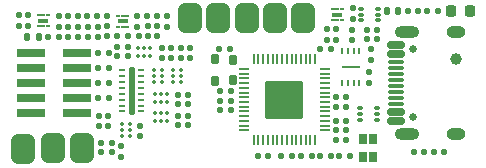
<source format=gts>
G04 #@! TF.GenerationSoftware,KiCad,Pcbnew,8.0.3*
G04 #@! TF.CreationDate,2024-07-15T22:17:18+10:00*
G04 #@! TF.ProjectId,rs-probe,72732d70-726f-4626-952e-6b696361645f,rev?*
G04 #@! TF.SameCoordinates,Original*
G04 #@! TF.FileFunction,Soldermask,Top*
G04 #@! TF.FilePolarity,Negative*
%FSLAX46Y46*%
G04 Gerber Fmt 4.6, Leading zero omitted, Abs format (unit mm)*
G04 Created by KiCad (PCBNEW 8.0.3) date 2024-07-15 22:17:18*
%MOMM*%
%LPD*%
G01*
G04 APERTURE LIST*
G04 Aperture macros list*
%AMRoundRect*
0 Rectangle with rounded corners*
0 $1 Rounding radius*
0 $2 $3 $4 $5 $6 $7 $8 $9 X,Y pos of 4 corners*
0 Add a 4 corners polygon primitive as box body*
4,1,4,$2,$3,$4,$5,$6,$7,$8,$9,$2,$3,0*
0 Add four circle primitives for the rounded corners*
1,1,$1+$1,$2,$3*
1,1,$1+$1,$4,$5*
1,1,$1+$1,$6,$7*
1,1,$1+$1,$8,$9*
0 Add four rect primitives between the rounded corners*
20,1,$1+$1,$2,$3,$4,$5,0*
20,1,$1+$1,$4,$5,$6,$7,0*
20,1,$1+$1,$6,$7,$8,$9,0*
20,1,$1+$1,$8,$9,$2,$3,0*%
G04 Aperture macros list end*
%ADD10RoundRect,0.185000X-1.015000X-0.185000X1.015000X-0.185000X1.015000X0.185000X-1.015000X0.185000X0*%
%ADD11C,0.650000*%
%ADD12RoundRect,0.150000X0.575000X-0.150000X0.575000X0.150000X-0.575000X0.150000X-0.575000X-0.150000X0*%
%ADD13O,1.450000X0.300000*%
%ADD14O,2.100000X1.000000*%
%ADD15O,1.600000X1.000000*%
%ADD16RoundRect,0.125000X0.200000X0.000010X-0.200000X0.000010X-0.200000X-0.000010X0.200000X-0.000010X0*%
%ADD17RoundRect,0.125000X0.125000X1.925000X-0.125000X1.925000X-0.125000X-1.925000X0.125000X-1.925000X0*%
%ADD18RoundRect,0.137500X0.137500X-0.137500X0.137500X0.137500X-0.137500X0.137500X-0.137500X-0.137500X0*%
%ADD19RoundRect,0.500000X0.500000X0.750000X-0.500000X0.750000X-0.500000X-0.750000X0.500000X-0.750000X0*%
%ADD20RoundRect,0.137500X-0.137500X-0.137500X0.137500X-0.137500X0.137500X0.137500X-0.137500X0.137500X0*%
%ADD21RoundRect,0.050000X-0.050000X0.387500X-0.050000X-0.387500X0.050000X-0.387500X0.050000X0.387500X0*%
%ADD22RoundRect,0.050000X-0.387500X0.050000X-0.387500X-0.050000X0.387500X-0.050000X0.387500X0.050000X0*%
%ADD23RoundRect,0.144000X-1.456000X1.456000X-1.456000X-1.456000X1.456000X-1.456000X1.456000X1.456000X0*%
%ADD24RoundRect,0.137500X0.137500X0.137500X-0.137500X0.137500X-0.137500X-0.137500X0.137500X-0.137500X0*%
%ADD25RoundRect,0.067500X-0.097500X-0.067500X0.097500X-0.067500X0.097500X0.067500X-0.097500X0.067500X0*%
%ADD26RoundRect,0.147500X-0.147500X-0.172500X0.147500X-0.172500X0.147500X0.172500X-0.147500X0.172500X0*%
%ADD27RoundRect,0.137500X-0.137500X0.137500X-0.137500X-0.137500X0.137500X-0.137500X0.137500X0.137500X0*%
%ADD28RoundRect,0.500000X-0.500000X-0.750000X0.500000X-0.750000X0.500000X0.750000X-0.500000X0.750000X0*%
%ADD29RoundRect,0.075000X-0.150000X-0.075000X0.150000X-0.075000X0.150000X0.075000X-0.150000X0.075000X0*%
%ADD30RoundRect,0.067500X-0.067500X0.097500X-0.067500X-0.097500X0.067500X-0.097500X0.067500X0.097500X0*%
%ADD31RoundRect,0.062500X0.087500X-0.062500X0.087500X0.062500X-0.087500X0.062500X-0.087500X-0.062500X0*%
%ADD32R,0.940000X0.300000*%
%ADD33R,0.650000X0.850000*%
%ADD34O,0.250000X0.600000*%
%ADD35R,1.600000X0.200000*%
%ADD36RoundRect,0.067500X0.097500X0.067500X-0.097500X0.067500X-0.097500X-0.067500X0.097500X-0.067500X0*%
%ADD37RoundRect,0.067500X0.067500X-0.097500X0.067500X0.097500X-0.067500X0.097500X-0.067500X-0.097500X0*%
%ADD38RoundRect,0.218750X0.218750X0.256250X-0.218750X0.256250X-0.218750X-0.256250X0.218750X-0.256250X0*%
%ADD39RoundRect,0.175000X-0.175000X0.275000X-0.175000X-0.275000X0.175000X-0.275000X0.175000X0.275000X0*%
%ADD40C,1.000000*%
G04 APERTURE END LIST*
D10*
X150550000Y-83460000D03*
X154450000Y-83460000D03*
X150550000Y-84730000D03*
X154450000Y-84730000D03*
X150550000Y-86000000D03*
X154450000Y-86000000D03*
X150550000Y-87270000D03*
X154450000Y-87270000D03*
X150550000Y-88540000D03*
X154450000Y-88540000D03*
D11*
X182900000Y-88890000D03*
X182900000Y-83110000D03*
D12*
X181455000Y-89250000D03*
X181455000Y-88450000D03*
D13*
X181455000Y-87250000D03*
X181455000Y-86250000D03*
X181455000Y-85750000D03*
X181455000Y-84750000D03*
D12*
X181455000Y-83550000D03*
X181455000Y-82750000D03*
X181455000Y-82750000D03*
X181455000Y-83550000D03*
D13*
X181455000Y-84250000D03*
X181455000Y-85250000D03*
X181455000Y-86750000D03*
X181455000Y-87750000D03*
D12*
X181455000Y-88450000D03*
X181455000Y-89250000D03*
D14*
X182370000Y-90320000D03*
D15*
X186550000Y-90320000D03*
D14*
X182370000Y-81680000D03*
D15*
X186550000Y-81680000D03*
D16*
X159877328Y-88400000D03*
X159877328Y-87900000D03*
X159877328Y-87400000D03*
X159877328Y-86900000D03*
X159877328Y-86400000D03*
X159877328Y-85900000D03*
X159877328Y-85400000D03*
X159877328Y-84900000D03*
X158227328Y-84900000D03*
X158227328Y-85400000D03*
X158227328Y-85900000D03*
X158227328Y-86400000D03*
X158227328Y-86900000D03*
X158227328Y-87400000D03*
X158227328Y-87900000D03*
X158227328Y-88400000D03*
D17*
X159052328Y-86650000D03*
D18*
X160450000Y-82050000D03*
X160450000Y-81150000D03*
D19*
X164000000Y-80500000D03*
D20*
X156500000Y-91850000D03*
X157400000Y-91850000D03*
D18*
X179300000Y-84050000D03*
X179300000Y-83150000D03*
D21*
X174600000Y-83962500D03*
X174200000Y-83962500D03*
X173800000Y-83962500D03*
X173400000Y-83962500D03*
X173000000Y-83962500D03*
X172600000Y-83962500D03*
X172200000Y-83962500D03*
X171800000Y-83962500D03*
X171400000Y-83962500D03*
X171000000Y-83962500D03*
X170600000Y-83962500D03*
X170200000Y-83962500D03*
X169800000Y-83962500D03*
X169400000Y-83962500D03*
D22*
X168562500Y-84800000D03*
X168562500Y-85200000D03*
X168562500Y-85600000D03*
X168562500Y-86000000D03*
X168562500Y-86400000D03*
X168562500Y-86800000D03*
X168562500Y-87200000D03*
X168562500Y-87600000D03*
X168562500Y-88000000D03*
X168562500Y-88400000D03*
X168562500Y-88800000D03*
X168562500Y-89200000D03*
X168562500Y-89600000D03*
X168562500Y-90000000D03*
D21*
X169400000Y-90837500D03*
X169800000Y-90837500D03*
X170200000Y-90837500D03*
X170600000Y-90837500D03*
X171000000Y-90837500D03*
X171400000Y-90837500D03*
X171800000Y-90837500D03*
X172200000Y-90837500D03*
X172600000Y-90837500D03*
X173000000Y-90837500D03*
X173400000Y-90837500D03*
X173800000Y-90837500D03*
X174200000Y-90837500D03*
X174600000Y-90837500D03*
D22*
X175437500Y-90000000D03*
X175437500Y-89600000D03*
X175437500Y-89200000D03*
X175437500Y-88800000D03*
X175437500Y-88400000D03*
X175437500Y-88000000D03*
X175437500Y-87600000D03*
X175437500Y-87200000D03*
X175437500Y-86800000D03*
X175437500Y-86400000D03*
X175437500Y-86000000D03*
X175437500Y-85600000D03*
X175437500Y-85200000D03*
X175437500Y-84800000D03*
D23*
X172000000Y-87400000D03*
D24*
X167350000Y-83100000D03*
X166450000Y-83100000D03*
D25*
X160960000Y-84900000D03*
X160960000Y-85400000D03*
X160960000Y-85900000D03*
X161640000Y-85900000D03*
X161640000Y-85400000D03*
X161640000Y-84900000D03*
D24*
X172650000Y-92200000D03*
X171750000Y-92200000D03*
D26*
X180665000Y-79900000D03*
X181635000Y-79900000D03*
D27*
X176400000Y-81450000D03*
X176400000Y-82350000D03*
D28*
X152400000Y-91500000D03*
D18*
X163217328Y-83900000D03*
X163217328Y-83000000D03*
D20*
X162977328Y-87000000D03*
X163877328Y-87000000D03*
D18*
X154550000Y-82125000D03*
X154550000Y-81225000D03*
X158150000Y-92250000D03*
X158150000Y-91350000D03*
D24*
X157400000Y-91040000D03*
X156500000Y-91040000D03*
D27*
X159550000Y-80350000D03*
X159550000Y-81250000D03*
D24*
X167450000Y-86700000D03*
X166550000Y-86700000D03*
D28*
X166400000Y-80500000D03*
D29*
X178500000Y-79700000D03*
X178500000Y-80200000D03*
X178500000Y-80700000D03*
X179900000Y-80700000D03*
X179900000Y-80200000D03*
X179900000Y-79700000D03*
D30*
X162077328Y-86900000D03*
X161577328Y-86900000D03*
X161077328Y-86900000D03*
X161077328Y-87580000D03*
X161577328Y-87580000D03*
X162077328Y-87580000D03*
D24*
X170650000Y-92200000D03*
X169750000Y-92200000D03*
D20*
X162977328Y-87800000D03*
X163877328Y-87800000D03*
D27*
X153700000Y-81225000D03*
X153700000Y-82125000D03*
X150300000Y-80250000D03*
X150300000Y-81150000D03*
X177725000Y-81475000D03*
X177725000Y-82375000D03*
D24*
X161250000Y-80350000D03*
X160350000Y-80350000D03*
D18*
X161250000Y-82050000D03*
X161250000Y-81150000D03*
D24*
X158750000Y-82950000D03*
X157850000Y-82950000D03*
D20*
X176350000Y-90800000D03*
X177250000Y-90800000D03*
D31*
X157900000Y-81250000D03*
X158300000Y-81250000D03*
X158700000Y-81250000D03*
X158700000Y-80300000D03*
X158300000Y-80300000D03*
X157900000Y-80300000D03*
D32*
X158300000Y-80775000D03*
D18*
X161617328Y-83900000D03*
X161617328Y-83000000D03*
D28*
X171200000Y-80500000D03*
D27*
X157000000Y-80300000D03*
X157000000Y-81200000D03*
D18*
X149500000Y-81150000D03*
X149500000Y-80250000D03*
D20*
X184650000Y-91800000D03*
X185550000Y-91800000D03*
D18*
X156200000Y-82125000D03*
X156200000Y-81225000D03*
D25*
X162560000Y-84900000D03*
X162560000Y-85400000D03*
X162560000Y-85900000D03*
X163240000Y-85900000D03*
X163240000Y-85400000D03*
X163240000Y-84900000D03*
D33*
X179525000Y-92225000D03*
X178675000Y-92225000D03*
X178675000Y-90775000D03*
X179525000Y-90775000D03*
D20*
X176350000Y-89200000D03*
X177250000Y-89200000D03*
D24*
X152900000Y-82075000D03*
X152000000Y-82075000D03*
X158750000Y-83750000D03*
X157850000Y-83750000D03*
D18*
X175600000Y-82350000D03*
X175600000Y-81450000D03*
D34*
X178350000Y-83300000D03*
X177850000Y-83300000D03*
X177350000Y-83300000D03*
X176850000Y-83300000D03*
X176850000Y-86000000D03*
X177350000Y-86000000D03*
X177850000Y-86000000D03*
X178350000Y-86000000D03*
D35*
X177600000Y-84650000D03*
D20*
X175050000Y-83100000D03*
X175950000Y-83100000D03*
D27*
X152900000Y-80325000D03*
X152900000Y-81225000D03*
D18*
X162417328Y-83900000D03*
X162417328Y-83000000D03*
D29*
X178400000Y-88100000D03*
X178400000Y-88600000D03*
X178400000Y-89100000D03*
X179800000Y-89100000D03*
X179800000Y-88600000D03*
X179800000Y-88100000D03*
D28*
X168800000Y-80500000D03*
X149900000Y-91600000D03*
D24*
X157150000Y-87270000D03*
X156250000Y-87270000D03*
D18*
X159750000Y-90500000D03*
X159750000Y-89600000D03*
D24*
X157150000Y-84730000D03*
X156250000Y-84730000D03*
D31*
X151200000Y-81200000D03*
X151600000Y-81200000D03*
X152000000Y-81200000D03*
X152000000Y-80250000D03*
X151600000Y-80250000D03*
X151200000Y-80250000D03*
D32*
X151600000Y-80725000D03*
D36*
X158900000Y-90500000D03*
X158900000Y-90000000D03*
X158900000Y-89500000D03*
X158220000Y-89500000D03*
X158220000Y-90000000D03*
X158220000Y-90500000D03*
D24*
X174300000Y-92200000D03*
X173400000Y-92200000D03*
D28*
X154900000Y-91500000D03*
D24*
X177550000Y-92200000D03*
X176650000Y-92200000D03*
D37*
X159600000Y-83700000D03*
X160100000Y-83700000D03*
X160600000Y-83700000D03*
X160600000Y-83020000D03*
X160100000Y-83020000D03*
X159600000Y-83020000D03*
D20*
X155250000Y-80325000D03*
X156150000Y-80325000D03*
X162950000Y-89560000D03*
X163850000Y-89560000D03*
D24*
X167450000Y-88300000D03*
X166550000Y-88300000D03*
X157850000Y-82050000D03*
X156950000Y-82050000D03*
D20*
X176350000Y-87200000D03*
X177250000Y-87200000D03*
D24*
X157150000Y-83460000D03*
X156250000Y-83460000D03*
D18*
X164017328Y-83900000D03*
X164017328Y-83000000D03*
D20*
X162950000Y-88760000D03*
X163850000Y-88760000D03*
X176350000Y-90000000D03*
X177250000Y-90000000D03*
D18*
X179200000Y-86000000D03*
X179200000Y-85100000D03*
D26*
X150230000Y-82075000D03*
X151200000Y-82075000D03*
D20*
X158750000Y-82050000D03*
X159650000Y-82050000D03*
D27*
X157100000Y-88750000D03*
X157100000Y-89650000D03*
D20*
X178950000Y-81500000D03*
X179850000Y-81500000D03*
D18*
X155400000Y-82125000D03*
X155400000Y-81225000D03*
D38*
X187700000Y-79900000D03*
X186125000Y-79900000D03*
D24*
X175950000Y-92200000D03*
X175050000Y-92200000D03*
D30*
X162077328Y-88500000D03*
X161577328Y-88500000D03*
X161077328Y-88500000D03*
X161077328Y-89180000D03*
X161577328Y-89180000D03*
X162077328Y-89180000D03*
D27*
X177800000Y-79650000D03*
X177800000Y-80550000D03*
D24*
X167450000Y-87500000D03*
X166550000Y-87500000D03*
D39*
X166150000Y-84000000D03*
X166150000Y-85800000D03*
X167650000Y-85775000D03*
X167650000Y-84025000D03*
D24*
X179850000Y-82300000D03*
X178950000Y-82300000D03*
X183850000Y-91800000D03*
X182950000Y-91800000D03*
X185000000Y-79900000D03*
X184100000Y-79900000D03*
D31*
X176075001Y-80674999D03*
X176475001Y-80674999D03*
X176875001Y-80674999D03*
X176875001Y-79724999D03*
X176475001Y-79724999D03*
X176075001Y-79724999D03*
D32*
X176475001Y-80199999D03*
D24*
X154550000Y-80325000D03*
X153650000Y-80325000D03*
X183350000Y-79900000D03*
X182450000Y-79900000D03*
D27*
X156300000Y-88750000D03*
X156300000Y-89650000D03*
X162100000Y-80350000D03*
X162100000Y-81250000D03*
D20*
X176350000Y-88000000D03*
X177250000Y-88000000D03*
D19*
X173600000Y-80500000D03*
D24*
X157150000Y-86000000D03*
X156250000Y-86000000D03*
D40*
X186550000Y-83999950D03*
M02*

</source>
